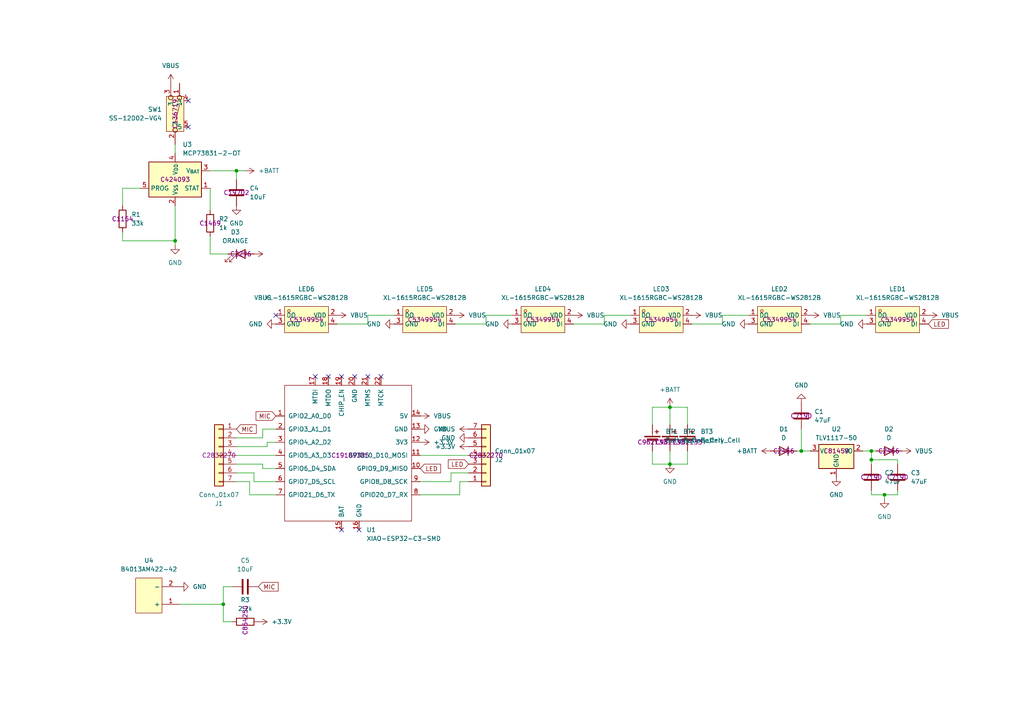
<source format=kicad_sch>
(kicad_sch (version 20250114) (generator "eeschema") (generator_version "9.0")
  (paper "A4")
  (lib_symbols
    (symbol "Battery_Management:MCP73831-2-OT"
      (property "Reference" "U" (at -7.62 6.35 0))
      (property "Value" "MCP73831-2-OT" (at 1.27 6.35 0))
      (symbol "MCP73831-2-OT_0_1"
        (rectangle (start -7.62 5.08) (end 7.62 -5.08) (stroke (width 0.254)) (fill (type background)))
      )
      (symbol "MCP73831-2-OT_1_1"
        (pin input line (at -10.16 -2.54 0) (length 2.54) (name "PROG") (number "5"))
        (pin power_in line (at 0 7.62 270) (length 2.54) (name "V_{DD}") (number "4"))
        (pin power_in line (at 0 -7.62 90) (length 2.54) (name "V_{SS}") (number "2"))
        (pin power_out line (at 10.16 2.54 180) (length 2.54) (name "V_{BAT}") (number "3"))
        (pin tri_state line (at 10.16 -2.54 180) (length 2.54) (name "STAT") (number "1"))
      )
    )
    (symbol "Connector_Generic:Conn_01x07" (pin_names (offset 1.016) (hide yes))
      (property "Reference" "J" (at 0 10.16 0))
      (property "Value" "Conn_01x07" (at 0 -10.16 0))
      (symbol "Conn_01x07_1_1"
        (rectangle (start -1.27 8.89) (end 1.27 -8.89) (stroke (width 0.254)) (fill (type background)))
        (rectangle (start -1.27 7.747) (end 0 7.493) (stroke (width 0.1524)))
        (rectangle (start -1.27 5.207) (end 0 4.953) (stroke (width 0.1524)))
        (rectangle (start -1.27 2.667) (end 0 2.413) (stroke (width 0.1524)))
        (rectangle (start -1.27 0.127) (end 0 -0.127) (stroke (width 0.1524)))
        (rectangle (start -1.27 -2.413) (end 0 -2.667) (stroke (width 0.1524)))
        (rectangle (start -1.27 -4.953) (end 0 -5.207) (stroke (width 0.1524)))
        (rectangle (start -1.27 -7.493) (end 0 -7.747) (stroke (width 0.1524)))
        (pin passive line (at -5.08 7.62 0) (length 3.81) (name "Pin_1") (number "1"))
        (pin passive line (at -5.08 5.08 0) (length 3.81) (name "Pin_2") (number "2"))
        (pin passive line (at -5.08 2.54 0) (length 3.81) (name "Pin_3") (number "3"))
        (pin passive line (at -5.08 0 0) (length 3.81) (name "Pin_4") (number "4"))
        (pin passive line (at -5.08 -2.54 0) (length 3.81) (name "Pin_5") (number "5"))
        (pin passive line (at -5.08 -5.08 0) (length 3.81) (name "Pin_6") (number "6"))
        (pin passive line (at -5.08 -7.62 0) (length 3.81) (name "Pin_7") (number "7"))
      )
    )
    (symbol "Device:Battery_Cell" (pin_numbers (hide yes)) (pin_names (offset 0) (hide yes))
      (property "Reference" "BT" (at 2.54 2.54 0))
      (property "Value" "Battery_Cell" (at 2.54 0 0))
      (symbol "Battery_Cell_0_1"
        (rectangle (start -2.286 1.778) (end 2.286 1.524) (fill (type outline)))
        (rectangle (start -1.524 1.016) (end 1.524 0.508) (fill (type outline)))
        (polyline (pts (xy 0 1.778) (xy 0 2.54)))
        (polyline (pts (xy 0 0.762) (xy 0 0)))
        (polyline (pts (xy 0.762 3.048) (xy 1.778 3.048)) (stroke (width 0.254)))
        (polyline (pts (xy 1.27 3.556) (xy 1.27 2.54)) (stroke (width 0.254)))
      )
      (symbol "Battery_Cell_1_1"
        (pin passive line (at 0 5.08 270) (length 2.54) (name "+") (number "1"))
        (pin passive line (at 0 -2.54 90) (length 2.54) (name "-") (number "2"))
      )
    )
    (symbol "Device:C" (pin_numbers (hide yes)) (pin_names (offset 0.254))
      (property "Reference" "C" (at 0.635 2.54 0))
      (property "Value" "C" (at 0.635 -2.54 0))
      (symbol "C_0_1"
        (polyline (pts (xy -2.032 0.762) (xy 2.032 0.762)) (stroke (width 0.508)))
        (polyline (pts (xy -2.032 -0.762) (xy 2.032 -0.762)) (stroke (width 0.508)))
      )
      (symbol "C_1_1"
        (pin passive line (at 0 3.81 270) (length 2.794) (name "~") (number "1"))
        (pin passive line (at 0 -3.81 90) (length 2.794) (name "~") (number "2"))
      )
    )
    (symbol "Device:D" (pin_numbers (hide yes)) (pin_names (offset 1.016) (hide yes))
      (property "Reference" "D" (at 0 2.54 0))
      (property "Value" "D" (at 0 -2.54 0))
      (symbol "D_0_1"
        (polyline (pts (xy -1.27 1.27) (xy -1.27 -1.27)) (stroke (width 0.254)))
        (polyline (pts (xy 1.27 1.27) (xy 1.27 -1.27) (xy -1.27 0) (xy 1.27 1.27)) (stroke (width 0.254)))
        (polyline (pts (xy 1.27 0) (xy -1.27 0)))
      )
      (symbol "D_1_1"
        (pin passive line (at -3.81 0 0) (length 2.54) (name "K") (number "1"))
        (pin passive line (at 3.81 0 180) (length 2.54) (name "A") (number "2"))
      )
    )
    (symbol "Device:LED" (pin_numbers (hide yes)) (pin_names (offset 1.016) (hide yes))
      (property "Reference" "D" (at 0 2.54 0))
      (property "Value" "LED" (at 0 -2.54 0))
      (symbol "LED_0_1"
        (polyline (pts (xy -3.048 -0.762) (xy -4.572 -2.286) (xy -3.81 -2.286) (xy -4.572 -2.286) (xy -4.572 -1.524)))
        (polyline (pts (xy -1.778 -0.762) (xy -3.302 -2.286) (xy -2.54 -2.286) (xy -3.302 -2.286) (xy -3.302 -1.524)))
        (polyline (pts (xy -1.27 0) (xy 1.27 0)))
        (polyline (pts (xy -1.27 -1.27) (xy -1.27 1.27)) (stroke (width 0.254)))
        (polyline (pts (xy 1.27 -1.27) (xy 1.27 1.27) (xy -1.27 0) (xy 1.27 -1.27)) (stroke (width 0.254)))
      )
      (symbol "LED_1_1"
        (pin passive line (at -3.81 0 0) (length 2.54) (name "K") (number "1"))
        (pin passive line (at 3.81 0 180) (length 2.54) (name "A") (number "2"))
      )
    )
    (symbol "Device:R" (pin_numbers (hide yes)) (pin_names (offset 0))
      (property "Reference" "R" (at 2.032 0 90))
      (property "Value" "R" (at 0 0 90))
      (symbol "R_0_1"
        (rectangle (start -1.016 -2.54) (end 1.016 2.54) (stroke (width 0.254)))
      )
      (symbol "R_1_1"
        (pin passive line (at 0 3.81 270) (length 1.27) (name "~") (number "1"))
        (pin passive line (at 0 -3.81 90) (length 1.27) (name "~") (number "2"))
      )
    )
    (symbol "Regulator_Linear:TLV1117-50" (pin_names (offset 0.254))
      (property "Reference" "U" (at -3.81 3.175 0))
      (property "Value" "TLV1117-50" (at 0 3.175 0))
      (symbol "TLV1117-50_0_1"
        (rectangle (start -5.08 -5.08) (end 5.08 1.905) (stroke (width 0.254)) (fill (type background)))
      )
      (symbol "TLV1117-50_1_1"
        (pin power_in line (at -7.62 0 0) (length 2.54) (name "VI") (number "3"))
        (pin power_in line (at 0 -7.62 90) (length 2.54) (name "GND") (number "1"))
        (pin power_out line (at 7.62 0 180) (length 2.54) (name "VO") (number "2"))
      )
    )
    (symbol "Seeed_Studio_XIAO_Series:XIAO-ESP32-C3-SMD" (pin_names (offset 1.016))
      (property "Reference" "U" (at -18.542 23.114 0))
      (property "Value" "XIAO-ESP32-C3-SMD" (at -8.382 21.336 0))
      (symbol "XIAO-ESP32-C3-SMD_0_1"
        (rectangle (start -19.05 20.32) (end 17.78 -19.05))
      )
      (symbol "XIAO-ESP32-C3-SMD_1_1"
        (pin passive line (at -21.59 11.43 0) (length 2.54) (name "GPIO2_A0_D0") (number "1"))
        (pin passive line (at -21.59 7.62 0) (length 2.54) (name "GPIO3_A1_D1") (number "2"))
        (pin passive line (at -21.59 3.81 0) (length 2.54) (name "GPIO4_A2_D2") (number "3"))
        (pin passive line (at -21.59 0 0) (length 2.54) (name "GPIO5_A3_D3") (number "4"))
        (pin passive line (at -21.59 -3.81 0) (length 2.54) (name "GPIO6_D4_SDA") (number "5"))
        (pin passive line (at -21.59 -7.62 0) (length 2.54) (name "GPIO7_D5_SCL") (number "6"))
        (pin passive line (at -21.59 -11.43 0) (length 2.54) (name "GPIO21_D6_TX") (number "7"))
        (pin passive line (at -10.16 22.86 270) (length 2.54) (name "MTDI") (number "17"))
        (pin passive line (at -6.35 22.86 270) (length 2.54) (name "MTDO") (number "18"))
        (pin passive line (at -2.54 22.86 270) (length 2.54) (name "CHIP_EN") (number "19"))
        (pin passive line (at -2.54 -21.59 90) (length 2.54) (name "BAT") (number "15"))
        (pin passive line (at 1.27 22.86 270) (length 2.54) (name "GND") (number "20"))
        (pin passive line (at 2.54 -21.59 90) (length 2.54) (name "GND") (number "16"))
        (pin passive line (at 5.08 22.86 270) (length 2.54) (name "MTMS") (number "21"))
        (pin passive line (at 8.89 22.86 270) (length 2.54) (name "MTCK") (number "22"))
        (pin passive line (at 20.32 11.43 180) (length 2.54) (name "5V") (number "14"))
        (pin passive line (at 20.32 7.62 180) (length 2.54) (name "GND") (number "13"))
        (pin passive line (at 20.32 3.81 180) (length 2.54) (name "3V3") (number "12"))
        (pin passive line (at 20.32 0 180) (length 2.54) (name "GPIO10_D10_MOSI") (number "11"))
        (pin passive line (at 20.32 -3.81 180) (length 2.54) (name "GPIO9_D9_MISO") (number "10"))
        (pin passive line (at 20.32 -7.62 180) (length 2.54) (name "GPIO8_D8_SCK") (number "9"))
        (pin passive line (at 20.32 -11.43 180) (length 2.54) (name "GPIO20_D7_RX") (number "8"))
      )
    )
    (symbol "easyeda2kicad:B4013AM422-42"
      (property "Reference" "U" (at 0 -2.54 0))
      (property "Value" "B4013AM422-42" (at 0 -12.7 0))
      (symbol "B4013AM422-42_0_1"
        (rectangle (start -5.08 5.08) (end 5.08 -2.54) (fill (type background)))
        (pin unspecified line (at -2.54 -7.62 90) (length 5.08) (name "+") (number "1"))
        (pin unspecified line (at 2.54 -7.62 90) (length 5.08) (name "-") (number "2"))
      )
    )
    (symbol "easyeda2kicad:SS-12D02-VG4"
      (property "Reference" "SW" (at 0 6.35 0))
      (property "Value" "SS-12D02-VG4" (at 0 -8.89 0))
      (symbol "SS-12D02-VG4_0_1"
        (polyline (pts (xy -5.08 0) (xy -5.08 2.54) (xy 5.08 2.54) (xy 5.08 -2.54) (xy -5.08 -2.54) (xy -5.08 0)) (fill (type background)))
        (polyline (pts (xy -2.54 0) (xy 2.54 -1.27)))
        (pin unspecified inverted (at -8.89 0 0) (length 4.826) (name "2") (number "2"))
        (pin unspecified line (at -3.81 -3.81 90) (length 1.27) (name "5") (number "5"))
        (pin unspecified line (at 3.81 -3.81 90) (length 1.27) (name "4") (number "4"))
        (pin unspecified inverted (at 8.89 1.27 180) (length 4.826) (name "3") (number "3"))
        (pin unspecified inverted (at 8.89 -1.27 180) (length 4.826) (name "1") (number "1"))
      )
    )
    (symbol "easyeda2kicad:XL-1615RGBC-WS2812B"
      (property "Reference" "LED" (at 0 6.35 0))
      (property "Value" "XL-1615RGBC-WS2812B" (at 0 -6.35 0))
      (symbol "XL-1615RGBC-WS2812B_0_1"
        (rectangle (start -6.35 3.81) (end 6.35 -3.81) (fill (type background)))
        (circle (center -5.08 2.54) (radius 0.38))
        (pin unspecified line (at -8.89 1.27 0) (length 2.54) (name "DO") (number "1"))
        (pin unspecified line (at -8.89 -1.27 0) (length 2.54) (name "GND") (number "3"))
        (pin unspecified line (at 8.89 1.27 180) (length 2.54) (name "VDD") (number "2"))
        (pin unspecified line (at 8.89 -1.27 180) (length 2.54) (name "DI") (number "4"))
      )
    )
    (symbol "power:+3.3V" (power) (pin_numbers (hide yes)) (pin_names (offset 0) (hide yes))
      (property "Value" "+3.3V" (at 0 3.556 0))
      (symbol "+3.3V_0_1"
        (polyline (pts (xy -0.762 1.27) (xy 0 2.54)))
        (polyline (pts (xy 0 2.54) (xy 0.762 1.27)))
        (polyline (pts (xy 0 0) (xy 0 2.54)))
      )
      (symbol "+3.3V_1_1"
        (pin power_in line (at 0 0 90) (length 0) (name "~") (number "1"))
      )
    )
    (symbol "power:+BATT" (power) (pin_numbers (hide yes)) (pin_names (offset 0) (hide yes))
      (property "Value" "+BATT" (at 0 3.556 0))
      (symbol "+BATT_0_1"
        (polyline (pts (xy -0.762 1.27) (xy 0 2.54)))
        (polyline (pts (xy 0 2.54) (xy 0.762 1.27)))
        (polyline (pts (xy 0 0) (xy 0 2.54)))
      )
      (symbol "+BATT_1_1"
        (pin power_in line (at 0 0 90) (length 0) (name "~") (number "1"))
      )
    )
    (symbol "power:GND" (power) (pin_numbers (hide yes)) (pin_names (offset 0) (hide yes))
      (property "Value" "GND" (at 0 -3.81 0))
      (symbol "GND_0_1"
        (polyline (pts (xy 0 0) (xy 0 -1.27) (xy 1.27 -1.27) (xy 0 -2.54) (xy -1.27 -1.27) (xy 0 -1.27)))
      )
      (symbol "GND_1_1"
        (pin power_in line (at 0 0 270) (length 0) (name "~") (number "1"))
      )
    )
    (symbol "power:VBUS" (power) (pin_numbers (hide yes)) (pin_names (offset 0) (hide yes))
      (property "Value" "VBUS" (at 0 3.556 0))
      (symbol "VBUS_0_1"
        (polyline (pts (xy -0.762 1.27) (xy 0 2.54)))
        (polyline (pts (xy 0 2.54) (xy 0.762 1.27)))
        (polyline (pts (xy 0 0) (xy 0 2.54)))
      )
      (symbol "VBUS_1_1"
        (pin power_in line (at 0 0 90) (length 0) (name "~") (number "1"))
      )
    )
  )
  (junction (at 194.31 134.62))
  (junction (at 252.73 133.35))
  (junction (at 64.77 175.26))
  (junction (at 256.54 143.51))
  (junction (at 194.31 118.11))
  (junction (at 252.73 130.81))
  (junction (at 232.41 130.81))
  (junction (at 50.8 69.85))
  (junction (at 68.58 49.53))
  (no_connect (at 54.61 29.21))
  (no_connect (at 104.14 153.67))
  (no_connect (at 99.06 153.67))
  (no_connect (at 106.68 109.22))
  (no_connect (at 110.49 109.22))
  (no_connect (at 91.44 109.22))
  (no_connect (at 99.06 109.22))
  (no_connect (at 54.61 36.83))
  (no_connect (at 95.25 109.22))
  (no_connect (at 80.01 91.44))
  (no_connect (at 102.87 109.22))
  (wire (pts (xy 194.31 134.62) (xy 199.39 134.62)))
  (wire (pts (xy 251.46 91.44) (xy 243.84 91.44)))
  (wire (pts (xy 260.35 142.24) (xy 260.35 143.51)))
  (wire (pts (xy 189.23 134.62) (xy 194.31 134.62)))
  (wire (pts (xy 194.31 118.11) (xy 199.39 118.11)))
  (wire (pts (xy 256.54 143.51) (xy 260.35 143.51)))
  (wire (pts (xy 50.8 41.91) (xy 50.8 44.45)))
  (wire (pts (xy 64.77 180.34) (xy 67.31 180.34)))
  (wire (pts (xy 35.56 54.61) (xy 35.56 59.69)))
  (wire (pts (xy 166.37 93.98) (xy 175.26 93.98)))
  (wire (pts (xy 189.23 123.19) (xy 189.23 118.11)))
  (wire (pts (xy 73.66 139.7) (xy 80.01 139.7)))
  (wire (pts (xy 252.73 133.35) (xy 260.35 133.35)))
  (wire (pts (xy 133.35 139.7) (xy 135.89 139.7)))
  (wire (pts (xy 199.39 130.81) (xy 199.39 134.62)))
  (wire (pts (xy 72.39 139.7) (xy 72.39 143.51)))
  (wire (pts (xy 231.14 130.81) (xy 232.41 130.81)))
  (wire (pts (xy 76.2 127) (xy 76.2 124.46)))
  (wire (pts (xy 200.66 93.98) (xy 209.55 93.98)))
  (wire (pts (xy 106.68 91.44) (xy 106.68 93.98)))
  (wire (pts (xy 243.84 93.98) (xy 234.95 93.98)))
  (wire (pts (xy 148.59 91.44) (xy 140.97 91.44)))
  (wire (pts (xy 68.58 49.53) (xy 71.12 49.53)))
  (wire (pts (xy 252.73 130.81) (xy 254 130.81)))
  (wire (pts (xy 133.35 143.51) (xy 133.35 139.7)))
  (wire (pts (xy 250.19 130.81) (xy 252.73 130.81)))
  (wire (pts (xy 50.8 59.69) (xy 50.8 69.85)))
  (wire (pts (xy 60.96 49.53) (xy 68.58 49.53)))
  (wire (pts (xy 189.23 118.11) (xy 194.31 118.11)))
  (wire (pts (xy 60.96 54.61) (xy 60.96 60.96)))
  (wire (pts (xy 76.2 134.62) (xy 68.58 134.62)))
  (wire (pts (xy 73.66 137.16) (xy 73.66 139.7)))
  (wire (pts (xy 64.77 170.18) (xy 67.31 170.18)))
  (wire (pts (xy 232.41 124.46) (xy 232.41 130.81)))
  (wire (pts (xy 77.47 128.27) (xy 80.01 128.27)))
  (wire (pts (xy 50.8 69.85) (xy 50.8 71.12)))
  (wire (pts (xy 194.31 130.81) (xy 194.31 134.62)))
  (wire (pts (xy 130.81 139.7) (xy 130.81 137.16)))
  (wire (pts (xy 35.56 67.31) (xy 35.56 69.85)))
  (wire (pts (xy 68.58 132.08) (xy 80.01 132.08)))
  (wire (pts (xy 189.23 130.81) (xy 189.23 134.62)))
  (wire (pts (xy 130.81 137.16) (xy 135.89 137.16)))
  (wire (pts (xy 182.88 91.44) (xy 175.26 91.44)))
  (wire (pts (xy 64.77 175.26) (xy 64.77 170.18)))
  (wire (pts (xy 60.96 73.66) (xy 60.96 68.58)))
  (wire (pts (xy 72.39 143.51) (xy 80.01 143.51)))
  (wire (pts (xy 35.56 69.85) (xy 50.8 69.85)))
  (wire (pts (xy 52.07 175.26) (xy 64.77 175.26)))
  (wire (pts (xy 97.79 93.98) (xy 106.68 93.98)))
  (wire (pts (xy 194.31 118.11) (xy 194.31 123.19)))
  (wire (pts (xy 243.84 91.44) (xy 243.84 93.98)))
  (wire (pts (xy 76.2 124.46) (xy 80.01 124.46)))
  (wire (pts (xy 121.92 139.7) (xy 130.81 139.7)))
  (wire (pts (xy 68.58 49.53) (xy 68.58 52.07)))
  (wire (pts (xy 175.26 91.44) (xy 175.26 93.98)))
  (wire (pts (xy 68.58 137.16) (xy 73.66 137.16)))
  (wire (pts (xy 121.92 143.51) (xy 133.35 143.51)))
  (wire (pts (xy 68.58 139.7) (xy 72.39 139.7)))
  (wire (pts (xy 232.41 130.81) (xy 234.95 130.81)))
  (wire (pts (xy 217.17 91.44) (xy 209.55 91.44)))
  (wire (pts (xy 209.55 91.44) (xy 209.55 93.98)))
  (wire (pts (xy 77.47 129.54) (xy 77.47 128.27)))
  (wire (pts (xy 256.54 143.51) (xy 256.54 144.78)))
  (wire (pts (xy 252.73 130.81) (xy 252.73 133.35)))
  (wire (pts (xy 252.73 142.24) (xy 252.73 143.51)))
  (wire (pts (xy 114.3 91.44) (xy 106.68 91.44)))
  (wire (pts (xy 76.2 135.89) (xy 76.2 134.62)))
  (wire (pts (xy 199.39 118.11) (xy 199.39 123.19)))
  (wire (pts (xy 40.64 54.61) (xy 35.56 54.61)))
  (wire (pts (xy 252.73 143.51) (xy 256.54 143.51)))
  (wire (pts (xy 68.58 129.54) (xy 77.47 129.54)))
  (wire (pts (xy 64.77 180.34) (xy 64.77 175.26)))
  (wire (pts (xy 252.73 134.62) (xy 252.73 133.35)))
  (wire (pts (xy 66.04 73.66) (xy 60.96 73.66)))
  (wire (pts (xy 132.08 93.98) (xy 140.97 93.98)))
  (wire (pts (xy 121.92 132.08) (xy 135.89 132.08)))
  (wire (pts (xy 80.01 135.89) (xy 76.2 135.89)))
  (wire (pts (xy 260.35 133.35) (xy 260.35 134.62)))
  (wire (pts (xy 68.58 127) (xy 76.2 127)))
  (wire (pts (xy 140.97 91.44) (xy 140.97 93.98)))
  (global_label "LED" (shape input) (at 135.89 134.62 180) (property "Intersheetrefs" "${INTERSHEET_REFS}" (effects (hide yes))))
  (global_label "MIC" (shape input) (at 80.01 120.65 180) (property "Intersheetrefs" "${INTERSHEET_REFS}" (effects (hide yes))))
  (global_label "LED" (shape input) (at 121.92 135.89 0) (property "Intersheetrefs" "${INTERSHEET_REFS}" (effects (hide yes))))
  (global_label "MIC" (shape input) (at 74.93 170.18 0) (property "Intersheetrefs" "${INTERSHEET_REFS}" (effects (hide yes))))
  (global_label "MIC" (shape input) (at 68.58 124.46 0) (property "Intersheetrefs" "${INTERSHEET_REFS}" (effects (hide yes))))
  (global_label "LED" (shape input) (at 269.24 93.98 0) (property "Intersheetrefs" "${INTERSHEET_REFS}" (effects (hide yes))))
  (symbol (lib_id "Connector_Generic:Conn_01x07") (at 63.5 132.08 0) (mirror y) (unit 1)
    (property "Reference" "J1" (at 63.5 146.05 0))
    (property "Value" "Conn_01x07" (at 63.5 143.51 0))
    (property "Footprint" "easyeda2kicad:HDR-TH_7P-P2.54-V-F" (effects (hide yes)))
    (property "Description" "Generic connector, single row, 01x07, script generated (kicad-library-utils/schlib/autogen/connector/)" (effects (hide yes)))
    (property "LCSC" "C2832270" (at 63.5 132.08 0))
  )
  (symbol (lib_id "easyeda2kicad:XL-1615RGBC-WS2812B") (at 226.06 92.71 0) (unit 1)
    (property "Reference" "LED2" (at 226.06 83.82 0))
    (property "Value" "XL-1615RGBC-WS2812B" (at 226.06 86.36 0))
    (property "Footprint" "easyeda2kicad:LED-SMD_4P-L1.6-W1.5_XL-1615RGBC-WS2812B" (effects (hide yes)))
    (property "LCSC Part" "C5349954" (effects (hide yes)))
    (property "LCSC" "C5349954" (at 226.06 92.71 0))
  )
  (symbol (lib_id "power:GND") (at 217.17 93.98 270) (unit 1)
    (property "Reference" "#PWR035" (effects (hide yes)))
    (property "Value" "GND" (at 213.36 93.9799 90) (effects (justify right)))
    (property "Description" "Power symbol creates a global label with name \"GND\" , ground" (effects (hide yes)))
  )
  (symbol (lib_id "power:GND") (at 251.46 93.98 270) (unit 1)
    (property "Reference" "#PWR033" (effects (hide yes)))
    (property "Value" "GND" (at 247.65 93.9799 90) (effects (justify right)))
    (property "Description" "Power symbol creates a global label with name \"GND\" , ground" (effects (hide yes)))
  )
  (symbol (lib_id "power:GND") (at 194.31 134.62 0) (unit 1)
    (property "Reference" "#PWR020" (effects (hide yes)))
    (property "Value" "GND" (at 194.31 139.7 0))
    (property "Description" "Power symbol creates a global label with name \"GND\" , ground" (effects (hide yes)))
  )
  (symbol (lib_id "Device:LED") (at 69.85 73.66 0) (unit 1)
    (property "Reference" "D3" (at 68.2625 67.31 0))
    (property "Value" "ORANGE" (at 68.2625 69.85 0))
    (property "Footprint" "easyeda2kicad:LED0805-R-RD" (effects (hide yes)))
    (property "Description" "Light emitting diode" (effects (hide yes)))
    (property "LCSC" "C2296" (at 69.85 73.66 0))
  )
  (symbol (lib_id "easyeda2kicad:XL-1615RGBC-WS2812B") (at 260.35 92.71 0) (unit 1)
    (property "Reference" "LED1" (at 260.35 83.82 0))
    (property "Value" "XL-1615RGBC-WS2812B" (at 260.35 86.36 0))
    (property "Footprint" "easyeda2kicad:LED-SMD_4P-L1.6-W1.5_XL-1615RGBC-WS2812B" (effects (hide yes)))
    (property "LCSC Part" "C5349954" (effects (hide yes)))
    (property "LCSC" "C5349954" (at 260.35 92.71 0))
  )
  (symbol (lib_id "power:VBUS") (at 261.62 130.81 270) (unit 1)
    (property "Reference" "#PWR024" (effects (hide yes)))
    (property "Value" "VBUS" (at 265.43 130.8099 90) (effects (justify left)))
    (property "Description" "Power symbol creates a global label with name \"VBUS\"" (effects (hide yes)))
  )
  (symbol (lib_id "power:+3.3V") (at 74.93 180.34 270) (unit 1)
    (property "Reference" "#PWR02" (effects (hide yes)))
    (property "Value" "+3.3V" (at 78.74 180.3399 90) (effects (justify left)))
    (property "Description" "Power symbol creates a global label with name \"+3.3V\"" (effects (hide yes)))
  )
  (symbol (lib_id "power:GND") (at 114.3 93.98 270) (unit 1)
    (property "Reference" "#PWR041" (effects (hide yes)))
    (property "Value" "GND" (at 110.49 93.9799 90) (effects (justify right)))
    (property "Description" "Power symbol creates a global label with name \"GND\" , ground" (effects (hide yes)))
  )
  (symbol (lib_id "Device:C") (at 71.12 170.18 90) (unit 1)
    (property "Reference" "C5" (at 71.12 162.56 90))
    (property "Value" "10uF" (at 71.12 165.1 90))
    (property "Footprint" "easyeda2kicad:C0603" (effects (hide yes)))
    (property "Description" "Unpolarized capacitor" (effects (hide yes)))
  )
  (symbol (lib_id "Device:C") (at 68.58 55.88 0) (unit 1)
    (property "Reference" "C4" (at 72.39 54.6099 0) (effects (justify left)))
    (property "Value" "10uF" (at 72.39 57.1499 0) (effects (justify left)))
    (property "Footprint" "easyeda2kicad:C0603" (effects (hide yes)))
    (property "Description" "Unpolarized capacitor" (effects (hide yes)))
    (property "LCSC" "C19702" (at 68.58 55.88 0))
  )
  (symbol (lib_id "power:GND") (at 52.07 170.18 90) (unit 1)
    (property "Reference" "#PWR01" (effects (hide yes)))
    (property "Value" "GND" (at 55.88 170.1799 90) (effects (justify right)))
    (property "Description" "Power symbol creates a global label with name \"GND\" , ground" (effects (hide yes)))
  )
  (symbol (lib_id "power:GND") (at 121.92 124.46 90) (unit 1)
    (property "Reference" "#PWR015" (effects (hide yes)))
    (property "Value" "GND" (at 125.73 124.4599 90) (effects (justify right)))
    (property "Description" "Power symbol creates a global label with name \"GND\" , ground" (effects (hide yes)))
  )
  (symbol (lib_id "power:VBUS") (at 73.66 73.66 270) (unit 1)
    (property "Reference" "#PWR030" (effects (hide yes)))
    (property "Value" "VBUS" (at 73.66 86.3599 90) (effects (justify left)))
    (property "Description" "Power symbol creates a global label with name \"VBUS\"" (effects (hide yes)))
  )
  (symbol (lib_id "easyeda2kicad:SS-12D02-VG4") (at 50.8 33.02 90) (unit 1)
    (property "Reference" "SW1" (at 46.99 31.7499 90) (effects (justify left)))
    (property "Value" "SS-12D02-VG4" (at 46.99 34.2899 90) (effects (justify left)))
    (property "Footprint" "easyeda2kicad:SW-TH_SS-12D02-VG4" (effects (hide yes)))
    (property "Datasheet" "https://lcsc.com/product-detail/Toggle-Switches_Korean-Hroparts-Elec-SS-12D02-VG4_C136719.html" (effects (hide yes)))
    (property "LCSC" "C136719" (at 50.8 33.02 0))
  )
  (symbol (lib_id "power:VBUS") (at 200.66 91.44 270) (unit 1)
    (property "Reference" "#PWR038" (effects (hide yes)))
    (property "Value" "VBUS" (at 204.47 91.4399 90) (effects (justify left)))
    (property "Description" "Power symbol creates a global label with name \"VBUS\"" (effects (hide yes)))
  )
  (symbol (lib_id "power:+3.3V") (at 121.92 128.27 270) (unit 1)
    (property "Reference" "#PWR016" (effects (hide yes)))
    (property "Value" "+3.3V" (at 125.73 128.2699 90) (effects (justify left)))
    (property "Description" "Power symbol creates a global label with name \"+3.3V\"" (effects (hide yes)))
  )
  (symbol (lib_id "easyeda2kicad:XL-1615RGBC-WS2812B") (at 123.19 92.71 0) (unit 1)
    (property "Reference" "LED5" (at 123.19 83.82 0))
    (property "Value" "XL-1615RGBC-WS2812B" (at 123.19 86.36 0))
    (property "Footprint" "easyeda2kicad:LED-SMD_4P-L1.6-W1.5_XL-1615RGBC-WS2812B" (effects (hide yes)))
    (property "LCSC Part" "C5349954" (effects (hide yes)))
    (property "LCSC" "C5349954" (at 123.19 92.71 0))
  )
  (symbol (lib_id "Device:Battery_Cell") (at 199.39 128.27 0) (unit 1)
    (property "Reference" "BT3" (at 203.2 125.1584 0) (effects (justify left)))
    (property "Value" "Battery_Cell" (at 203.2 127.6984 0) (effects (justify left)))
    (property "Footprint" "easyeda2kicad:BAT-TH_AAA-BAT-029-K01" (effects (hide yes)))
    (property "Description" "Single-cell battery" (effects (hide yes)))
    (property "LCSC" "C962133" (at 199.39 128.27 0))
  )
  (symbol (lib_id "Battery_Management:MCP73831-2-OT") (at 50.8 52.07 0) (unit 1)
    (property "Reference" "U3" (at 52.9433 41.91 0) (effects (justify left)))
    (property "Value" "MCP73831-2-OT" (at 52.9433 44.45 0) (effects (justify left)))
    (property "Footprint" "Package_TO_SOT_SMD:SOT-23-5" (effects (hide yes)))
    (property "Datasheet" "http://ww1.microchip.com/downloads/en/DeviceDoc/20001984g.pdf" (effects (hide yes)))
    (property "Description" "Single cell, Li-Ion/Li-Po charge management controller, 4.20V, Tri-State Status Output, in SOT23-5 package" (effects (hide yes)))
    (property "LCSC" "C424093" (at 50.8 52.07 0))
  )
  (symbol (lib_id "Connector_Generic:Conn_01x07") (at 140.97 132.08 0) (mirror x) (unit 1)
    (property "Reference" "J2" (at 143.51 133.3501 0) (effects (justify left)))
    (property "Value" "Conn_01x07" (at 143.51 130.8101 0) (effects (justify left)))
    (property "Footprint" "easyeda2kicad:HDR-TH_7P-P2.54-V-F" (effects (hide yes)))
    (property "Description" "Generic connector, single row, 01x07, script generated (kicad-library-utils/schlib/autogen/connector/)" (effects (hide yes)))
    (property "LCSC" "C2832270" (at 140.97 132.08 0))
  )
  (symbol (lib_id "Device:R") (at 71.12 180.34 90) (unit 1)
    (property "Reference" "R3" (at 71.12 173.99 90))
    (property "Value" "2.2k" (at 71.12 176.53 90))
    (property "Footprint" "easyeda2kicad:R0402" (effects (hide yes)))
    (property "Description" "Resistor" (effects (hide yes)))
    (property "LCSC" " C854250" (at 71.12 180.34 0))
  )
  (symbol (lib_id "power:VBUS") (at 132.08 91.44 270) (unit 1)
    (property "Reference" "#PWR042" (effects (hide yes)))
    (property "Value" "VBUS" (at 135.89 91.4399 90) (effects (justify left)))
    (property "Description" "Power symbol creates a global label with name \"VBUS\"" (effects (hide yes)))
  )
  (symbol (lib_id "power:GND") (at 182.88 93.98 270) (unit 1)
    (property "Reference" "#PWR037" (effects (hide yes)))
    (property "Value" "GND" (at 179.07 93.9799 90) (effects (justify right)))
    (property "Description" "Power symbol creates a global label with name \"GND\" , ground" (effects (hide yes)))
  )
  (symbol (lib_id "power:VBUS") (at 49.53 24.13 0) (unit 1)
    (property "Reference" "#PWR027" (effects (hide yes)))
    (property "Value" "VBUS" (at 49.53 19.05 0))
    (property "Description" "Power symbol creates a global label with name \"VBUS\"" (effects (hide yes)))
  )
  (symbol (lib_id "Device:C") (at 260.35 138.43 0) (unit 1)
    (property "Reference" "C3" (at 264.16 137.1599 0) (effects (justify left)))
    (property "Value" "47uF" (at 264.16 139.6999 0) (effects (justify left)))
    (property "Footprint" "easyeda2kicad:CASE-A_3216" (effects (hide yes)))
    (property "Description" "Unpolarized capacitor" (effects (hide yes)))
    (property "LCSC" "C7190" (at 260.35 138.43 0))
  )
  (symbol (lib_id "power:GND") (at 148.59 93.98 270) (unit 1)
    (property "Reference" "#PWR039" (effects (hide yes)))
    (property "Value" "GND" (at 144.78 93.9799 90) (effects (justify right)))
    (property "Description" "Power symbol creates a global label with name \"GND\" , ground" (effects (hide yes)))
  )
  (symbol (lib_id "power:VBUS") (at 135.89 124.46 90) (unit 1)
    (property "Reference" "#PWR014" (effects (hide yes)))
    (property "Value" "VBUS" (at 132.08 124.4599 90) (effects (justify left)))
    (property "Description" "Power symbol creates a global label with name \"VBUS\"" (effects (hide yes)))
  )
  (symbol (lib_id "easyeda2kicad:XL-1615RGBC-WS2812B") (at 88.9 92.71 0) (unit 1)
    (property "Reference" "LED6" (at 88.9 83.82 0))
    (property "Value" "XL-1615RGBC-WS2812B" (at 88.9 86.36 0))
    (property "Footprint" "easyeda2kicad:LED-SMD_4P-L1.6-W1.5_XL-1615RGBC-WS2812B" (effects (hide yes)))
    (property "LCSC Part" "C5349954" (effects (hide yes)))
    (property "LCSC" "C5349954" (at 88.9 92.71 0))
  )
  (symbol (lib_id "Device:Battery_Cell") (at 194.31 128.27 0) (unit 1)
    (property "Reference" "BT2" (at 198.12 125.1584 0) (effects (justify left)))
    (property "Value" "Battery_Cell" (at 198.12 127.6984 0) (effects (justify left)))
    (property "Footprint" "easyeda2kicad:BAT-TH_AAA-BAT-029-K01" (effects (hide yes)))
    (property "Description" "Single-cell battery" (effects (hide yes)))
    (property "LCSC" "C962133" (at 194.31 128.27 0))
  )
  (symbol (lib_id "power:GND") (at 232.41 116.84 180) (unit 1)
    (property "Reference" "#PWR023" (effects (hide yes)))
    (property "Value" "GND" (at 232.41 111.76 0))
    (property "Description" "Power symbol creates a global label with name \"GND\" , ground" (effects (hide yes)))
  )
  (symbol (lib_id "power:GND") (at 256.54 144.78 0) (unit 1)
    (property "Reference" "#PWR025" (effects (hide yes)))
    (property "Value" "GND" (at 256.54 149.86 0))
    (property "Description" "Power symbol creates a global label with name \"GND\" , ground" (effects (hide yes)))
  )
  (symbol (lib_id "power:VBUS") (at 97.79 91.44 270) (unit 1)
    (property "Reference" "#PWR044" (effects (hide yes)))
    (property "Value" "VBUS" (at 101.6 91.4399 90) (effects (justify left)))
    (property "Description" "Power symbol creates a global label with name \"VBUS\"" (effects (hide yes)))
  )
  (symbol (lib_id "Device:C") (at 232.41 120.65 0) (unit 1)
    (property "Reference" "C1" (at 236.22 119.3799 0) (effects (justify left)))
    (property "Value" "47uF" (at 236.22 121.9199 0) (effects (justify left)))
    (property "Footprint" "easyeda2kicad:CASE-A_3216" (effects (hide yes)))
    (property "Description" "Unpolarized capacitor" (effects (hide yes)))
    (property "LCSC" "C7190" (at 232.41 120.65 0))
  )
  (symbol (lib_id "power:+3.3V") (at 135.89 129.54 90) (unit 1)
    (property "Reference" "#PWR018" (effects (hide yes)))
    (property "Value" "+3.3V" (at 132.08 129.5399 90) (effects (justify left)))
    (property "Description" "Power symbol creates a global label with name \"+3.3V\"" (effects (hide yes)))
  )
  (symbol (lib_id "Device:C") (at 252.73 138.43 0) (unit 1)
    (property "Reference" "C2" (at 256.54 137.1599 0) (effects (justify left)))
    (property "Value" "47uF" (at 256.54 139.6999 0) (effects (justify left)))
    (property "Footprint" "easyeda2kicad:CASE-A_3216" (effects (hide yes)))
    (property "Description" "Unpolarized capacitor" (effects (hide yes)))
    (property "LCSC" "C7190" (at 252.73 138.43 0))
  )
  (symbol (lib_id "power:+BATT") (at 223.52 130.81 90) (unit 1)
    (property "Reference" "#PWR022" (effects (hide yes)))
    (property "Value" "+BATT" (at 219.71 130.8099 90) (effects (justify left)))
    (property "Description" "Power symbol creates a global label with name \"+BATT\"" (effects (hide yes)))
  )
  (symbol (lib_id "easyeda2kicad:B4013AM422-42") (at 44.45 172.72 90) (unit 1)
    (property "Reference" "U4" (at 43.18 162.56 90))
    (property "Value" "B4013AM422-42" (at 43.18 165.1 90))
    (property "Footprint" "Sensor_Audio:CUI_CMC-4013-SMT" (effects (hide yes)))
    (property "LCSC Part" "C233793" (effects (hide yes)))
  )
  (symbol (lib_id "power:GND") (at 50.8 71.12 0) (unit 1)
    (property "Reference" "#PWR026" (effects (hide yes)))
    (property "Value" "GND" (at 50.8 76.2 0))
    (property "Description" "Power symbol creates a global label with name \"GND\" , ground" (effects (hide yes)))
  )
  (symbol (lib_id "power:GND") (at 242.57 138.43 0) (unit 1)
    (property "Reference" "#PWR021" (effects (hide yes)))
    (property "Value" "GND" (at 242.57 143.51 0))
    (property "Description" "Power symbol creates a global label with name \"GND\" , ground" (effects (hide yes)))
  )
  (symbol (lib_id "power:VBUS") (at 234.95 91.44 270) (unit 1)
    (property "Reference" "#PWR036" (effects (hide yes)))
    (property "Value" "VBUS" (at 238.76 91.4399 90) (effects (justify left)))
    (property "Description" "Power symbol creates a global label with name \"VBUS\"" (effects (hide yes)))
  )
  (symbol (lib_id "Device:R") (at 60.96 64.77 0) (unit 1)
    (property "Reference" "R2" (at 63.5 63.4999 0) (effects (justify left)))
    (property "Value" "1k" (at 63.5 66.0399 0) (effects (justify left)))
    (property "Footprint" "easyeda2kicad:R1206" (effects (hide yes)))
    (property "Description" "Resistor" (effects (hide yes)))
    (property "LCSC" "C1469" (at 60.96 64.77 0))
  )
  (symbol (lib_id "Device:Battery_Cell") (at 189.23 128.27 0) (unit 1)
    (property "Reference" "BT1" (at 193.04 125.1584 0) (effects (justify left)))
    (property "Value" "Battery_Cell" (at 193.04 127.6984 0) (effects (justify left)))
    (property "Footprint" "easyeda2kicad:BAT-TH_AAA-BAT-029-K01" (effects (hide yes)))
    (property "Description" "Single-cell battery" (effects (hide yes)))
    (property "LCSC" "C962133" (at 189.23 128.27 0))
  )
  (symbol (lib_id "power:+BATT") (at 194.31 118.11 0) (unit 1)
    (property "Reference" "#PWR019" (effects (hide yes)))
    (property "Value" "+BATT" (at 194.31 113.03 0))
    (property "Description" "Power symbol creates a global label with name \"+BATT\"" (effects (hide yes)))
  )
  (symbol (lib_id "power:GND") (at 68.58 59.69 0) (unit 1)
    (property "Reference" "#PWR029" (effects (hide yes)))
    (property "Value" "GND" (at 68.58 64.77 0))
    (property "Description" "Power symbol creates a global label with name \"GND\" , ground" (effects (hide yes)))
  )
  (symbol (lib_id "Device:D") (at 227.33 130.81 180) (unit 1)
    (property "Reference" "D1" (at 227.33 124.46 0))
    (property "Value" "D" (at 227.33 127 0))
    (property "Footprint" "easyeda2kicad:DO-41_BD2.4-L4.7-P8.70-D0.9-RD" (effects (hide yes)))
    (property "Description" "Diode" (effects (hide yes)))
    (property "Sim.Device" "D" (effects (hide yes)))
    (property "Sim.Pins" "1=K 2=A" (effects (hide yes)))
    (property "LCSC" "C2456" (at 227.33 130.81 0))
  )
  (symbol (lib_id "power:VBUS") (at 269.24 91.44 270) (unit 1)
    (property "Reference" "#PWR034" (effects (hide yes)))
    (property "Value" "VBUS" (at 273.05 91.4399 90) (effects (justify left)))
    (property "Description" "Power symbol creates a global label with name \"VBUS\"" (effects (hide yes)))
  )
  (symbol (lib_id "easyeda2kicad:XL-1615RGBC-WS2812B") (at 191.77 92.71 0) (unit 1)
    (property "Reference" "LED3" (at 191.77 83.82 0))
    (property "Value" "XL-1615RGBC-WS2812B" (at 191.77 86.36 0))
    (property "Footprint" "easyeda2kicad:LED-SMD_4P-L1.6-W1.5_XL-1615RGBC-WS2812B" (effects (hide yes)))
    (property "LCSC Part" "C5349954" (effects (hide yes)))
    (property "LCSC" "C5349954" (at 191.77 92.71 0))
  )
  (symbol (lib_id "easyeda2kicad:XL-1615RGBC-WS2812B") (at 157.48 92.71 0) (unit 1)
    (property "Reference" "LED4" (at 157.48 83.82 0))
    (property "Value" "XL-1615RGBC-WS2812B" (at 157.48 86.36 0))
    (property "Footprint" "easyeda2kicad:LED-SMD_4P-L1.6-W1.5_XL-1615RGBC-WS2812B" (effects (hide yes)))
    (property "LCSC Part" "C5349954" (effects (hide yes)))
    (property "LCSC" "C5349954" (at 157.48 92.71 0))
  )
  (symbol (lib_id "Device:D") (at 257.81 130.81 180) (unit 1)
    (property "Reference" "D2" (at 257.81 124.46 0))
    (property "Value" "D" (at 257.81 127 0))
    (property "Footprint" "easyeda2kicad:DO-41_BD2.4-L4.7-P8.70-D0.9-RD" (effects (hide yes)))
    (property "Description" "Diode" (effects (hide yes)))
    (property "Sim.Device" "D" (effects (hide yes)))
    (property "Sim.Pins" "1=K 2=A" (effects (hide yes)))
    (property "LCSC" "C2456" (at 257.81 130.81 0))
  )
  (symbol (lib_id "power:VBUS") (at 166.37 91.44 270) (unit 1)
    (property "Reference" "#PWR040" (effects (hide yes)))
    (property "Value" "VBUS" (at 170.18 91.4399 90) (effects (justify left)))
    (property "Description" "Power symbol creates a global label with name \"VBUS\"" (effects (hide yes)))
  )
  (symbol (lib_id "Regulator_Linear:TLV1117-50") (at 242.57 130.81 0) (unit 1)
    (property "Reference" "U2" (at 242.57 124.46 0))
    (property "Value" "TLV1117-50" (at 242.57 127 0))
    (property "Footprint" "easyeda2kicad:SOT-223_L6.5-W3.5-P2.30-LS7.0-BR" (effects (hide yes)))
    (property "Datasheet" "http://www.ti.com/lit/ds/symlink/tlv1117.pdf" (effects (hide yes)))
    (property "Description" "800mA Low-Dropout Linear Regulator, 5.0V fixed output, TO-220/TO-252/TO-263/SOT-223" (effects (hide yes)))
    (property "LCSC" "C81459" (at 242.57 130.81 0))
  )
  (symbol (lib_id "Device:R") (at 35.56 63.5 0) (unit 1)
    (property "Reference" "R1" (at 38.1 62.2299 0) (effects (justify left)))
    (property "Value" "33k" (at 38.1 64.7699 0) (effects (justify left)))
    (property "Footprint" "easyeda2kicad:R0402" (effects (hide yes)))
    (property "Description" "Resistor" (effects (hide yes)))
    (property "LCSC" "C1154" (at 35.56 63.5 0))
  )
  (symbol (lib_id "Seeed_Studio_XIAO_Series:XIAO-ESP32-C3-SMD") (at 101.6 132.08 0) (unit 1)
    (property "Reference" "U1" (at 106.2833 153.67 0) (effects (justify left)))
    (property "Value" "XIAO-ESP32-C3-SMD" (at 106.2833 156.21 0) (effects (justify left)))
    (property "Footprint" "xiao:XIAO-ESP32S3-SMD" (effects (hide yes)))
    (property "LCSC" "C19189385" (at 101.6 132.08 0))
  )
  (symbol (lib_id "power:+BATT") (at 71.12 49.53 270) (unit 1)
    (property "Reference" "#PWR028" (effects (hide yes)))
    (property "Value" "+BATT" (at 74.93 49.5299 90) (effects (justify left)))
    (property "Description" "Power symbol creates a global label with name \"+BATT\"" (effects (hide yes)))
  )
  (symbol (lib_id "power:VBUS") (at 121.92 120.65 270) (unit 1)
    (property "Reference" "#PWR013" (effects (hide yes)))
    (property "Value" "VBUS" (at 125.73 120.6499 90) (effects (justify left)))
    (property "Description" "Power symbol creates a global label with name \"VBUS\"" (effects (hide yes)))
  )
  (symbol (lib_id "power:GND") (at 135.89 127 270) (unit 1)
    (property "Reference" "#PWR017" (effects (hide yes)))
    (property "Value" "GND" (at 132.08 126.9999 90) (effects (justify right)))
    (property "Description" "Power symbol creates a global label with name \"GND\" , ground" (effects (hide yes)))
  )
  (symbol (lib_id "power:GND") (at 80.01 93.98 270) (unit 1)
    (property "Reference" "#PWR043" (effects (hide yes)))
    (property "Value" "GND" (at 76.2 93.9799 90) (effects (justify right)))
    (property "Description" "Power symbol creates a global label with name \"GND\" , ground" (effects (hide yes)))
  )
)
</source>
